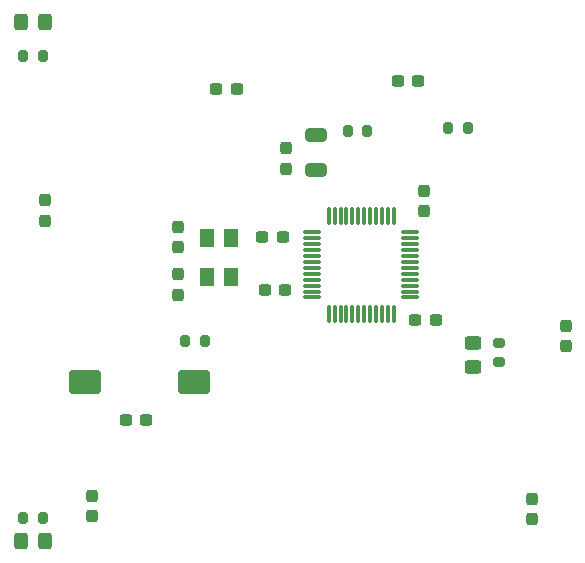
<source format=gbr>
%TF.GenerationSoftware,KiCad,Pcbnew,9.0.0*%
%TF.CreationDate,2025-04-23T22:05:31+03:00*%
%TF.ProjectId,LoRa,4c6f5261-2e6b-4696-9361-645f70636258,rev?*%
%TF.SameCoordinates,Original*%
%TF.FileFunction,Paste,Top*%
%TF.FilePolarity,Positive*%
%FSLAX46Y46*%
G04 Gerber Fmt 4.6, Leading zero omitted, Abs format (unit mm)*
G04 Created by KiCad (PCBNEW 9.0.0) date 2025-04-23 22:05:31*
%MOMM*%
%LPD*%
G01*
G04 APERTURE LIST*
G04 Aperture macros list*
%AMRoundRect*
0 Rectangle with rounded corners*
0 $1 Rounding radius*
0 $2 $3 $4 $5 $6 $7 $8 $9 X,Y pos of 4 corners*
0 Add a 4 corners polygon primitive as box body*
4,1,4,$2,$3,$4,$5,$6,$7,$8,$9,$2,$3,0*
0 Add four circle primitives for the rounded corners*
1,1,$1+$1,$2,$3*
1,1,$1+$1,$4,$5*
1,1,$1+$1,$6,$7*
1,1,$1+$1,$8,$9*
0 Add four rect primitives between the rounded corners*
20,1,$1+$1,$2,$3,$4,$5,0*
20,1,$1+$1,$4,$5,$6,$7,0*
20,1,$1+$1,$6,$7,$8,$9,0*
20,1,$1+$1,$8,$9,$2,$3,0*%
G04 Aperture macros list end*
%ADD10RoundRect,0.200000X-0.275000X0.200000X-0.275000X-0.200000X0.275000X-0.200000X0.275000X0.200000X0*%
%ADD11RoundRect,0.250000X0.450000X-0.325000X0.450000X0.325000X-0.450000X0.325000X-0.450000X-0.325000X0*%
%ADD12RoundRect,0.075000X-0.075000X-0.662500X0.075000X-0.662500X0.075000X0.662500X-0.075000X0.662500X0*%
%ADD13RoundRect,0.075000X-0.662500X-0.075000X0.662500X-0.075000X0.662500X0.075000X-0.662500X0.075000X0*%
%ADD14RoundRect,0.237500X0.300000X0.237500X-0.300000X0.237500X-0.300000X-0.237500X0.300000X-0.237500X0*%
%ADD15RoundRect,0.200000X-0.200000X-0.275000X0.200000X-0.275000X0.200000X0.275000X-0.200000X0.275000X0*%
%ADD16RoundRect,0.250000X-0.325000X-0.450000X0.325000X-0.450000X0.325000X0.450000X-0.325000X0.450000X0*%
%ADD17RoundRect,0.237500X-0.237500X0.300000X-0.237500X-0.300000X0.237500X-0.300000X0.237500X0.300000X0*%
%ADD18RoundRect,0.300000X-1.075000X-0.700000X1.075000X-0.700000X1.075000X0.700000X-1.075000X0.700000X0*%
%ADD19RoundRect,0.200000X0.200000X0.275000X-0.200000X0.275000X-0.200000X-0.275000X0.200000X-0.275000X0*%
%ADD20RoundRect,0.237500X-0.300000X-0.237500X0.300000X-0.237500X0.300000X0.237500X-0.300000X0.237500X0*%
%ADD21R,1.300000X1.600000*%
%ADD22RoundRect,0.237500X0.237500X-0.300000X0.237500X0.300000X-0.237500X0.300000X-0.237500X-0.300000X0*%
%ADD23RoundRect,0.250000X0.650000X-0.325000X0.650000X0.325000X-0.650000X0.325000X-0.650000X-0.325000X0*%
%ADD24RoundRect,0.250000X0.325000X0.450000X-0.325000X0.450000X-0.325000X-0.450000X0.325000X-0.450000X0*%
G04 APERTURE END LIST*
D10*
%TO.C,R3*%
X151500000Y-58825000D03*
X151500000Y-57175000D03*
%TD*%
D11*
%TO.C,D1*%
X149250000Y-57225000D03*
X149250000Y-59275000D03*
%TD*%
D12*
%TO.C,U2*%
X137050000Y-46437500D03*
X137550000Y-46437500D03*
X138050000Y-46437500D03*
X138550000Y-46437500D03*
X139050000Y-46437500D03*
X139550000Y-46437500D03*
X140050000Y-46437500D03*
X140550000Y-46437500D03*
X141050000Y-46437500D03*
X141550000Y-46437500D03*
X142050000Y-46437500D03*
X142550000Y-46437500D03*
D13*
X143962500Y-47850000D03*
X143962500Y-48350000D03*
X143962500Y-48850000D03*
X143962500Y-49350000D03*
X143962500Y-49850000D03*
X143962500Y-50350000D03*
X143962500Y-50850000D03*
X143962500Y-51350000D03*
X143962500Y-51850000D03*
X143962500Y-52350000D03*
X143962500Y-52850000D03*
X143962500Y-53350000D03*
D12*
X142550000Y-54762500D03*
X142050000Y-54762500D03*
X141550000Y-54762500D03*
X141050000Y-54762500D03*
X140550000Y-54762500D03*
X140050000Y-54762500D03*
X139550000Y-54762500D03*
X139050000Y-54762500D03*
X138550000Y-54762500D03*
X138050000Y-54762500D03*
X137550000Y-54762500D03*
X137050000Y-54762500D03*
D13*
X135637500Y-53350000D03*
X135637500Y-52850000D03*
X135637500Y-52350000D03*
X135637500Y-51850000D03*
X135637500Y-51350000D03*
X135637500Y-50850000D03*
X135637500Y-50350000D03*
X135637500Y-49850000D03*
X135637500Y-49350000D03*
X135637500Y-48850000D03*
X135637500Y-48350000D03*
X135637500Y-47850000D03*
%TD*%
D14*
%TO.C,C1*%
X144612500Y-35000000D03*
X142887500Y-35000000D03*
%TD*%
D15*
%TO.C,R6*%
X140325000Y-39250000D03*
X138675000Y-39250000D03*
%TD*%
D16*
%TO.C,D2*%
X110975000Y-30000000D03*
X113025000Y-30000000D03*
%TD*%
D17*
%TO.C,C19*%
X113000000Y-45137500D03*
X113000000Y-46862500D03*
%TD*%
D18*
%TO.C,RESET1*%
X116380000Y-60500000D03*
X125630000Y-60500000D03*
%TD*%
D19*
%TO.C,R1*%
X148825000Y-39000000D03*
X147175000Y-39000000D03*
%TD*%
D15*
%TO.C,R5*%
X111175000Y-72000000D03*
X112825000Y-72000000D03*
%TD*%
D17*
%TO.C,C18*%
X117000000Y-70137500D03*
X117000000Y-71862500D03*
%TD*%
%TO.C,C17*%
X154250000Y-70387500D03*
X154250000Y-72112500D03*
%TD*%
D19*
%TO.C,R4*%
X112825000Y-32900000D03*
X111175000Y-32900000D03*
%TD*%
D20*
%TO.C,C15*%
X127537500Y-35700000D03*
X129262500Y-35700000D03*
%TD*%
%TO.C,C11*%
X144387500Y-55250000D03*
X146112500Y-55250000D03*
%TD*%
D17*
%TO.C,C16*%
X157100000Y-55737500D03*
X157100000Y-57462500D03*
%TD*%
D21*
%TO.C,Y1*%
X128750000Y-51650000D03*
X128750000Y-48350000D03*
X126750000Y-48350000D03*
X126750000Y-51650000D03*
%TD*%
D14*
%TO.C,C4*%
X121612500Y-63750000D03*
X119887500Y-63750000D03*
%TD*%
D15*
%TO.C,R2*%
X124925000Y-57000000D03*
X126575000Y-57000000D03*
%TD*%
D22*
%TO.C,C8*%
X133400000Y-42462500D03*
X133400000Y-40737500D03*
%TD*%
%TO.C,C9*%
X145100000Y-46062500D03*
X145100000Y-44337500D03*
%TD*%
D14*
%TO.C,C12*%
X133162500Y-48200000D03*
X131437500Y-48200000D03*
%TD*%
D17*
%TO.C,C2*%
X124250000Y-47387500D03*
X124250000Y-49112500D03*
%TD*%
D23*
%TO.C,C7*%
X136000000Y-42575000D03*
X136000000Y-39625000D03*
%TD*%
D24*
%TO.C,D3*%
X113025000Y-74000000D03*
X110975000Y-74000000D03*
%TD*%
D22*
%TO.C,C3*%
X124250000Y-53112500D03*
X124250000Y-51387500D03*
%TD*%
D14*
%TO.C,C14*%
X133362500Y-52750000D03*
X131637500Y-52750000D03*
%TD*%
M02*

</source>
